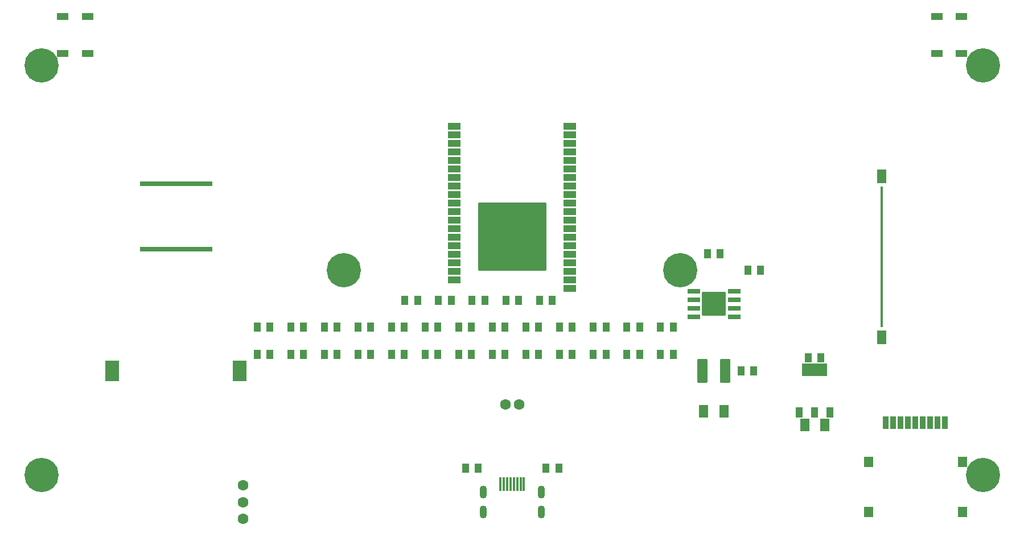
<source format=gbs>
%TF.GenerationSoftware,KiCad,Pcbnew,9.0.7*%
%TF.CreationDate,2026-02-13T19:04:15+01:00*%
%TF.ProjectId,esp32-emu-turbo,65737033-322d-4656-9d75-2d747572626f,rev?*%
%TF.SameCoordinates,Original*%
%TF.FileFunction,Soldermask,Bot*%
%TF.FilePolarity,Negative*%
%FSLAX46Y46*%
G04 Gerber Fmt 4.6, Leading zero omitted, Abs format (unit mm)*
G04 Created by KiCad (PCBNEW 9.0.7) date 2026-02-13 19:04:15*
%MOMM*%
%LPD*%
G01*
G04 APERTURE LIST*
G04 Aperture macros list*
%AMRoundRect*
0 Rectangle with rounded corners*
0 $1 Rounding radius*
0 $2 $3 $4 $5 $6 $7 $8 $9 X,Y pos of 4 corners*
0 Add a 4 corners polygon primitive as box body*
4,1,4,$2,$3,$4,$5,$6,$7,$8,$9,$2,$3,0*
0 Add four circle primitives for the rounded corners*
1,1,$1+$1,$2,$3*
1,1,$1+$1,$4,$5*
1,1,$1+$1,$6,$7*
1,1,$1+$1,$8,$9*
0 Add four rect primitives between the rounded corners*
20,1,$1+$1,$2,$3,$4,$5,0*
20,1,$1+$1,$4,$5,$6,$7,0*
20,1,$1+$1,$6,$7,$8,$9,0*
20,1,$1+$1,$8,$9,$2,$3,0*%
G04 Aperture macros list end*
%ADD10C,5.100000*%
%ADD11RoundRect,0.050000X-0.900000X-0.450000X0.900000X-0.450000X0.900000X0.450000X-0.900000X0.450000X0*%
%ADD12RoundRect,0.050000X-5.000000X-5.000000X5.000000X-5.000000X5.000000X5.000000X-5.000000X5.000000X0*%
%ADD13RoundRect,0.050000X-0.800000X-0.500000X0.800000X-0.500000X0.800000X0.500000X-0.800000X0.500000X0*%
%ADD14RoundRect,0.050000X-0.150000X-0.600000X0.150000X-0.600000X0.150000X0.600000X-0.150000X0.600000X0*%
%ADD15RoundRect,0.050000X-0.600000X-1.000000X0.600000X-1.000000X0.600000X1.000000X-0.600000X1.000000X0*%
%ADD16RoundRect,0.050000X-0.150000X-0.500000X0.150000X-0.500000X0.150000X0.500000X-0.150000X0.500000X0*%
%ADD17O,1.100000X1.900000*%
%ADD18RoundRect,0.050000X-0.350000X-0.900000X0.350000X-0.900000X0.350000X0.900000X-0.350000X0.900000X0*%
%ADD19RoundRect,0.050000X-0.600000X-0.750000X0.600000X-0.750000X0.600000X0.750000X-0.600000X0.750000X0*%
%ADD20C,1.600000*%
%ADD21RoundRect,0.050000X-1.000000X-1.500000X1.000000X-1.500000X1.000000X1.500000X-1.000000X1.500000X0*%
%ADD22RoundRect,0.050000X-0.850000X-0.300000X0.850000X-0.300000X0.850000X0.300000X-0.850000X0.300000X0*%
%ADD23RoundRect,0.050000X-1.700000X-1.700000X1.700000X-1.700000X1.700000X1.700000X-1.700000X1.700000X0*%
%ADD24RoundRect,0.050000X-0.500000X-0.750000X0.500000X-0.750000X0.500000X0.750000X-0.500000X0.750000X0*%
%ADD25RoundRect,0.050000X-1.800000X-0.900000X1.800000X-0.900000X1.800000X0.900000X-1.800000X0.900000X0*%
%ADD26RoundRect,0.050000X-0.700000X-1.700000X0.700000X-1.700000X0.700000X1.700000X-0.700000X1.700000X0*%
%ADD27RoundRect,0.050000X-0.500000X-0.650000X0.500000X-0.650000X0.500000X0.650000X-0.500000X0.650000X0*%
%ADD28RoundRect,0.050000X-0.600000X-0.900000X0.600000X-0.900000X0.600000X0.900000X-0.600000X0.900000X0*%
G04 APERTURE END LIST*
D10*
%TO.C,*%
X10000000Y-7000000D03*
%TD*%
%TO.C,*%
X150000000Y-7000000D03*
%TD*%
%TO.C,*%
X10000000Y-68000000D03*
%TD*%
%TO.C,*%
X150000000Y-68000000D03*
%TD*%
%TO.C,*%
X55000000Y-37500000D03*
%TD*%
%TO.C,*%
X105000000Y-37500000D03*
%TD*%
D11*
%TO.C,U1*%
X88600000Y-16070000D03*
X88600000Y-17340000D03*
X88600000Y-18610000D03*
X88600000Y-19880000D03*
X88600000Y-21150000D03*
X88600000Y-22420000D03*
X88600000Y-23690000D03*
X88600000Y-24960000D03*
X88600000Y-26230000D03*
X88600000Y-27500000D03*
X88600000Y-28770000D03*
X88600000Y-30040000D03*
X88600000Y-31310000D03*
X88600000Y-32580000D03*
X88600000Y-33850000D03*
X88600000Y-35120000D03*
X88600000Y-36390000D03*
X88600000Y-37660000D03*
X88600000Y-38930000D03*
X88600000Y-40200000D03*
X71400000Y-16070000D03*
X71400000Y-17340000D03*
X71400000Y-18610000D03*
X71400000Y-19880000D03*
X71400000Y-21150000D03*
X71400000Y-22420000D03*
X71400000Y-23690000D03*
X71400000Y-24960000D03*
X71400000Y-26230000D03*
X71400000Y-27500000D03*
X71400000Y-28770000D03*
X71400000Y-30040000D03*
X71400000Y-31310000D03*
X71400000Y-32580000D03*
X71400000Y-33850000D03*
X71400000Y-35120000D03*
X71400000Y-36390000D03*
X71400000Y-37660000D03*
X71400000Y-38930000D03*
D12*
X80000000Y-32500000D03*
%TD*%
D13*
%TO.C,SW11*%
X13150000Y250000D03*
X16850000Y250000D03*
X13150000Y-5250000D03*
X16850000Y-5250000D03*
%TD*%
%TO.C,SW12*%
X143150000Y250000D03*
X146850000Y250000D03*
X143150000Y-5250000D03*
X146850000Y-5250000D03*
%TD*%
D14*
%TO.C,J4*%
X135000000Y-25750000D03*
X135000000Y-26250000D03*
X135000000Y-26750000D03*
X135000000Y-27250000D03*
X135000000Y-27750000D03*
X135000000Y-28250000D03*
X135000000Y-28750000D03*
X135000000Y-29250000D03*
X135000000Y-29750000D03*
X135000000Y-30250000D03*
X135000000Y-30750000D03*
X135000000Y-31250000D03*
X135000000Y-31750000D03*
X135000000Y-32250000D03*
X135000000Y-32750000D03*
X135000000Y-33250000D03*
X135000000Y-33750000D03*
X135000000Y-34250000D03*
X135000000Y-34750000D03*
X135000000Y-35250000D03*
X135000000Y-35750000D03*
X135000000Y-36250000D03*
X135000000Y-36750000D03*
X135000000Y-37250000D03*
X135000000Y-37750000D03*
X135000000Y-38250000D03*
X135000000Y-38750000D03*
X135000000Y-39250000D03*
X135000000Y-39750000D03*
X135000000Y-40250000D03*
X135000000Y-40750000D03*
X135000000Y-41250000D03*
X135000000Y-41750000D03*
X135000000Y-42250000D03*
X135000000Y-42750000D03*
X135000000Y-43250000D03*
X135000000Y-43750000D03*
X135000000Y-44250000D03*
X135000000Y-44750000D03*
X135000000Y-45250000D03*
D15*
X135000000Y-23500000D03*
X135000000Y-47500000D03*
%TD*%
D16*
%TO.C,J1*%
X81750000Y-68800000D03*
X81250000Y-68800000D03*
X80750000Y-68800000D03*
X80250000Y-68800000D03*
X79750000Y-68800000D03*
X79250000Y-68800000D03*
X78750000Y-68800000D03*
X78250000Y-68800000D03*
X81750000Y-69800000D03*
X81250000Y-69800000D03*
X80750000Y-69800000D03*
X80250000Y-69800000D03*
X79750000Y-69800000D03*
X79250000Y-69800000D03*
X78750000Y-69800000D03*
X78250000Y-69800000D03*
D17*
X84320000Y-70500000D03*
X75680000Y-70500000D03*
X84320000Y-73500000D03*
X75680000Y-73500000D03*
%TD*%
D18*
%TO.C,U6*%
X144400000Y-60200000D03*
X143300000Y-60200000D03*
X142200000Y-60200000D03*
X141100000Y-60200000D03*
X140000000Y-60200000D03*
X138900000Y-60200000D03*
X137800000Y-60200000D03*
X136700000Y-60200000D03*
X135600000Y-60200000D03*
D19*
X147000000Y-66000000D03*
X133000000Y-66000000D03*
X147000000Y-73500000D03*
X133000000Y-73500000D03*
%TD*%
D20*
%TO.C,SW_PWR*%
X40000000Y-69500000D03*
X40000000Y-72000000D03*
X40000000Y-74500000D03*
%TD*%
D21*
%TO.C,SPK1*%
X39500000Y-52500000D03*
X20500000Y-52500000D03*
%TD*%
D22*
%TO.C,U2*%
X113000000Y-40595000D03*
X113000000Y-41865000D03*
X113000000Y-43135000D03*
X113000000Y-44405000D03*
X107000000Y-44405000D03*
X107000000Y-43135000D03*
X107000000Y-41865000D03*
X107000000Y-40595000D03*
D23*
X110000000Y-42500000D03*
%TD*%
D24*
%TO.C,U3*%
X127300000Y-58650000D03*
X125000000Y-58650000D03*
X122700000Y-58650000D03*
D25*
X125000000Y-52350000D03*
%TD*%
D22*
%TO.C,U5*%
X25555000Y-24600000D03*
X26825000Y-24600000D03*
X28095000Y-24600000D03*
X29365000Y-24600000D03*
X30635000Y-24600000D03*
X31905000Y-24600000D03*
X33175000Y-24600000D03*
X34445000Y-24600000D03*
X34445000Y-34400000D03*
X33175000Y-34400000D03*
X31905000Y-34400000D03*
X30635000Y-34400000D03*
X29365000Y-34400000D03*
X28095000Y-34400000D03*
X26825000Y-34400000D03*
X25555000Y-34400000D03*
%TD*%
D26*
%TO.C,L1*%
X111700000Y-52500000D03*
X108300000Y-52500000D03*
%TD*%
D20*
%TO.C,J3*%
X81000000Y-57500000D03*
X79000000Y-57500000D03*
%TD*%
D27*
%TO.C,R1*%
X74950000Y-67000000D03*
X73050000Y-67000000D03*
%TD*%
%TO.C,R2*%
X86950000Y-67000000D03*
X85050000Y-67000000D03*
%TD*%
%TO.C,R3*%
X65950000Y-42000000D03*
X64050000Y-42000000D03*
%TD*%
%TO.C,C3*%
X70950000Y-42000000D03*
X69050000Y-42000000D03*
%TD*%
%TO.C,R17*%
X75950000Y-42000000D03*
X74050000Y-42000000D03*
%TD*%
%TO.C,R18*%
X80950000Y-42000000D03*
X79050000Y-42000000D03*
%TD*%
%TO.C,C4*%
X85950000Y-42000000D03*
X84050000Y-42000000D03*
%TD*%
%TO.C,R4*%
X43950000Y-46000000D03*
X42050000Y-46000000D03*
%TD*%
%TO.C,R5*%
X48950000Y-46000000D03*
X47050000Y-46000000D03*
%TD*%
%TO.C,R6*%
X53950000Y-46000000D03*
X52050000Y-46000000D03*
%TD*%
%TO.C,R7*%
X58950000Y-46000000D03*
X57050000Y-46000000D03*
%TD*%
%TO.C,R8*%
X63950000Y-46000000D03*
X62050000Y-46000000D03*
%TD*%
%TO.C,R9*%
X68950000Y-46000000D03*
X67050000Y-46000000D03*
%TD*%
%TO.C,R10*%
X73950000Y-46000000D03*
X72050000Y-46000000D03*
%TD*%
%TO.C,R11*%
X78950000Y-46000000D03*
X77050000Y-46000000D03*
%TD*%
%TO.C,R12*%
X83950000Y-46000000D03*
X82050000Y-46000000D03*
%TD*%
%TO.C,R13*%
X88950000Y-46000000D03*
X87050000Y-46000000D03*
%TD*%
%TO.C,R14*%
X93950000Y-46000000D03*
X92050000Y-46000000D03*
%TD*%
%TO.C,R15*%
X98950000Y-46000000D03*
X97050000Y-46000000D03*
%TD*%
%TO.C,R19*%
X103950000Y-46000000D03*
X102050000Y-46000000D03*
%TD*%
%TO.C,R16*%
X115950000Y-52500000D03*
X114050000Y-52500000D03*
%TD*%
%TO.C,C5*%
X43950000Y-50000000D03*
X42050000Y-50000000D03*
%TD*%
%TO.C,C6*%
X48950000Y-50000000D03*
X47050000Y-50000000D03*
%TD*%
%TO.C,C7*%
X53950000Y-50000000D03*
X52050000Y-50000000D03*
%TD*%
%TO.C,C8*%
X58950000Y-50000000D03*
X57050000Y-50000000D03*
%TD*%
%TO.C,C9*%
X63950000Y-50000000D03*
X62050000Y-50000000D03*
%TD*%
%TO.C,C10*%
X68950000Y-50000000D03*
X67050000Y-50000000D03*
%TD*%
%TO.C,C11*%
X73950000Y-50000000D03*
X72050000Y-50000000D03*
%TD*%
%TO.C,C12*%
X78950000Y-50000000D03*
X77050000Y-50000000D03*
%TD*%
%TO.C,C13*%
X83950000Y-50000000D03*
X82050000Y-50000000D03*
%TD*%
%TO.C,C14*%
X88950000Y-50000000D03*
X87050000Y-50000000D03*
%TD*%
%TO.C,C15*%
X93950000Y-50000000D03*
X92050000Y-50000000D03*
%TD*%
%TO.C,C16*%
X98950000Y-50000000D03*
X97050000Y-50000000D03*
%TD*%
%TO.C,C20*%
X103950000Y-50000000D03*
X102050000Y-50000000D03*
%TD*%
%TO.C,C17*%
X110950000Y-35000000D03*
X109050000Y-35000000D03*
%TD*%
%TO.C,C18*%
X116950000Y-37500000D03*
X115050000Y-37500000D03*
%TD*%
D28*
%TO.C,C19*%
X111500000Y-58500000D03*
X108500000Y-58500000D03*
%TD*%
D27*
%TO.C,C1*%
X125950000Y-50500000D03*
X124050000Y-50500000D03*
%TD*%
D28*
%TO.C,C2*%
X126500000Y-60500000D03*
X123500000Y-60500000D03*
%TD*%
M02*

</source>
